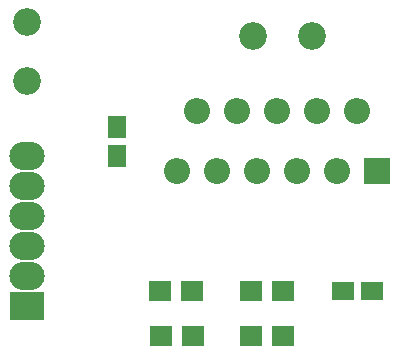
<source format=gbr>
G04 #@! TF.GenerationSoftware,KiCad,Pcbnew,(5.0.0-3-g5ebb6b6)*
G04 #@! TF.CreationDate,2018-09-23T14:54:54+01:00*
G04 #@! TF.ProjectId,flow-module,666C6F772D6D6F64756C652E6B696361,rev?*
G04 #@! TF.SameCoordinates,Original*
G04 #@! TF.FileFunction,Soldermask,Top*
G04 #@! TF.FilePolarity,Negative*
%FSLAX46Y46*%
G04 Gerber Fmt 4.6, Leading zero omitted, Abs format (unit mm)*
G04 Created by KiCad (PCBNEW (5.0.0-3-g5ebb6b6)) date 2018 September 23, Sunday 14:54:54*
%MOMM*%
%LPD*%
G01*
G04 APERTURE LIST*
%ADD10R,1.900000X1.700000*%
%ADD11C,2.350000*%
%ADD12R,1.650000X1.900000*%
%ADD13R,1.900000X1.650000*%
%ADD14R,2.200000X2.200000*%
%ADD15O,2.200000X2.200000*%
%ADD16R,3.000000X2.400000*%
%ADD17O,3.000000X2.400000*%
G04 APERTURE END LIST*
D10*
G04 #@! TO.C,R1*
X93900000Y-54610000D03*
X96600000Y-54610000D03*
G04 #@! TD*
D11*
G04 #@! TO.C,P1*
X94020000Y-29210000D03*
X99020000Y-29210000D03*
G04 #@! TD*
D10*
G04 #@! TO.C,D5*
X88980000Y-54610000D03*
X86280000Y-54610000D03*
G04 #@! TD*
G04 #@! TO.C,D6*
X88900000Y-50800000D03*
X86200000Y-50800000D03*
G04 #@! TD*
G04 #@! TO.C,R2*
X93900000Y-50800000D03*
X96600000Y-50800000D03*
G04 #@! TD*
D12*
G04 #@! TO.C,C1*
X82550000Y-36850000D03*
X82550000Y-39350000D03*
G04 #@! TD*
D13*
G04 #@! TO.C,C2*
X101640000Y-50800000D03*
X104140000Y-50800000D03*
G04 #@! TD*
D14*
G04 #@! TO.C,H2*
X104570000Y-40640000D03*
D15*
X102870000Y-35560000D03*
X101170000Y-40640000D03*
X99470000Y-35560000D03*
X97770000Y-40640000D03*
X96070000Y-35560000D03*
X94370000Y-40640000D03*
X92670000Y-35560000D03*
X90970000Y-40640000D03*
X89270000Y-35560000D03*
X87570000Y-40640000D03*
G04 #@! TD*
D16*
G04 #@! TO.C,P3*
X74930000Y-52070000D03*
D17*
X74930000Y-49530000D03*
X74930000Y-46990000D03*
X74930000Y-44450000D03*
X74930000Y-41910000D03*
X74930000Y-39370000D03*
G04 #@! TD*
D11*
G04 #@! TO.C,P5*
X74930000Y-27980000D03*
X74930000Y-32980000D03*
G04 #@! TD*
M02*

</source>
